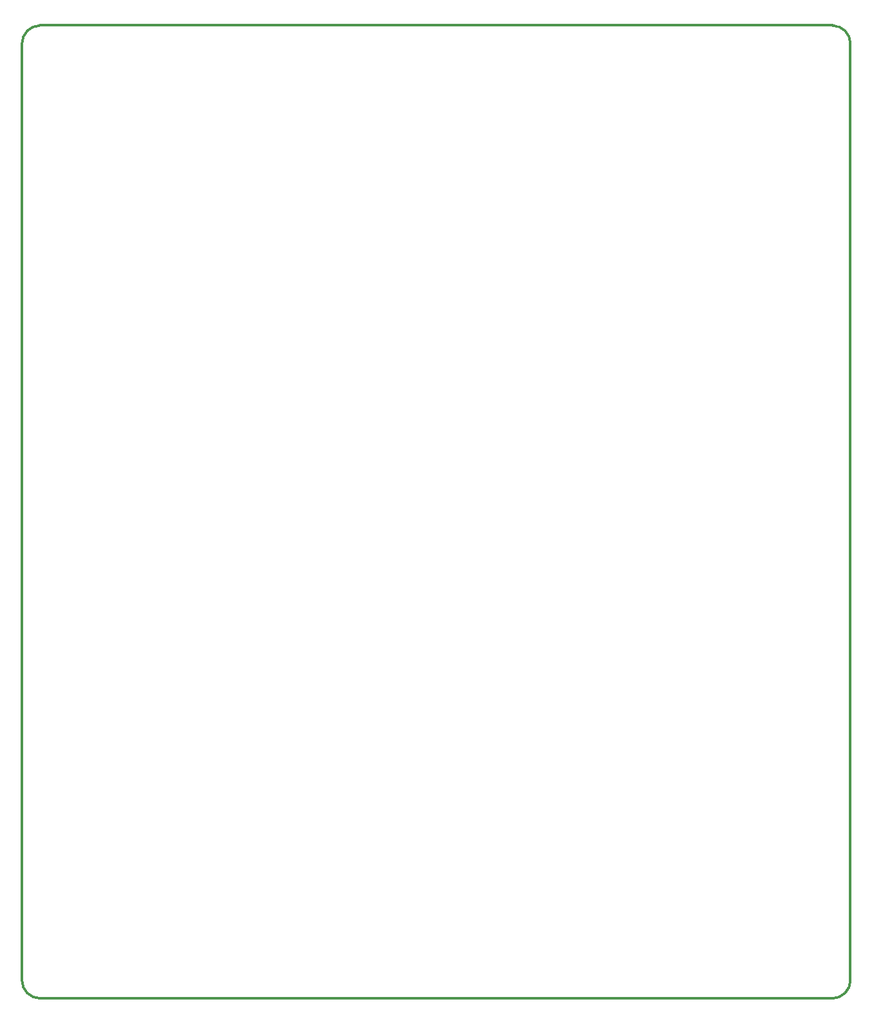
<source format=gm1>
G04 Layer_Color=16711935*
%FSLAX25Y25*%
%MOIN*%
G70*
G01*
G75*
%ADD10C,0.01200*%
D10*
X402070Y470325D02*
G03*
X392569Y479826I-9501J0D01*
G01*
X-17569D02*
G03*
X-27070Y470325I0J-9501D01*
G01*
Y-14616D02*
G03*
X-17569Y-24117I9501J0D01*
G01*
X392569D02*
G03*
X402070Y-14616I0J9501D01*
G01*
X-17815Y479823D02*
X392815D01*
X-17717Y-24114D02*
X392717D01*
X-27067Y-14862D02*
Y470276D01*
X402067Y-14665D02*
Y470472D01*
M02*

</source>
